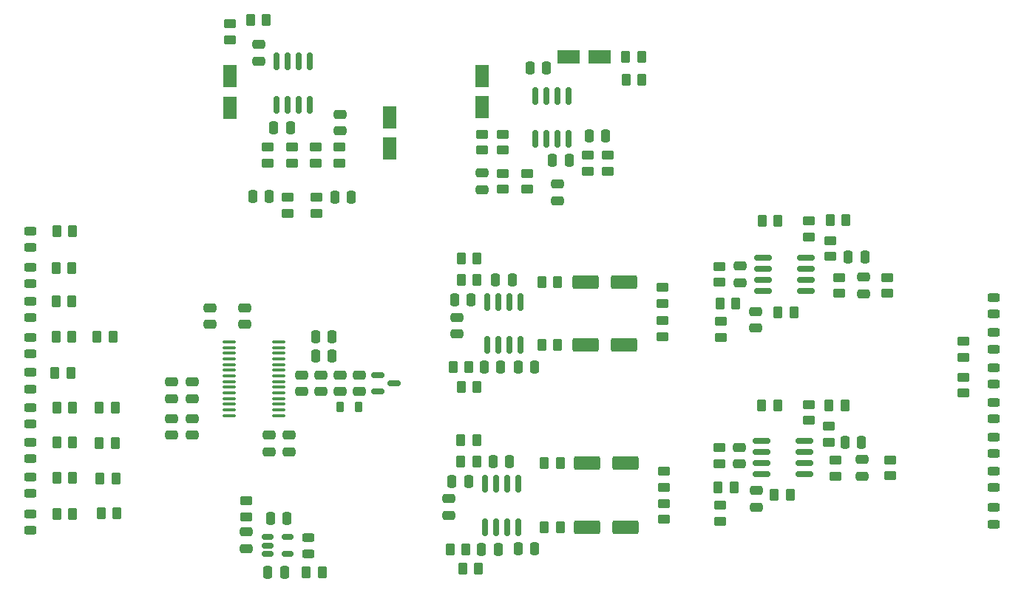
<source format=gbr>
%TF.GenerationSoftware,KiCad,Pcbnew,8.0.4-8.0.4-0~ubuntu22.04.1*%
%TF.CreationDate,2024-08-09T03:22:31-04:00*%
%TF.ProjectId,CS4272-CZZ_Breakout_Board,43533432-3732-42d4-935a-5a5f42726561,rev?*%
%TF.SameCoordinates,Original*%
%TF.FileFunction,Paste,Top*%
%TF.FilePolarity,Positive*%
%FSLAX46Y46*%
G04 Gerber Fmt 4.6, Leading zero omitted, Abs format (unit mm)*
G04 Created by KiCad (PCBNEW 8.0.4-8.0.4-0~ubuntu22.04.1) date 2024-08-09 03:22:31*
%MOMM*%
%LPD*%
G01*
G04 APERTURE LIST*
G04 Aperture macros list*
%AMRoundRect*
0 Rectangle with rounded corners*
0 $1 Rounding radius*
0 $2 $3 $4 $5 $6 $7 $8 $9 X,Y pos of 4 corners*
0 Add a 4 corners polygon primitive as box body*
4,1,4,$2,$3,$4,$5,$6,$7,$8,$9,$2,$3,0*
0 Add four circle primitives for the rounded corners*
1,1,$1+$1,$2,$3*
1,1,$1+$1,$4,$5*
1,1,$1+$1,$6,$7*
1,1,$1+$1,$8,$9*
0 Add four rect primitives between the rounded corners*
20,1,$1+$1,$2,$3,$4,$5,0*
20,1,$1+$1,$4,$5,$6,$7,0*
20,1,$1+$1,$6,$7,$8,$9,0*
20,1,$1+$1,$8,$9,$2,$3,0*%
G04 Aperture macros list end*
%ADD10RoundRect,0.250000X0.250000X0.475000X-0.250000X0.475000X-0.250000X-0.475000X0.250000X-0.475000X0*%
%ADD11RoundRect,0.243750X0.456250X-0.243750X0.456250X0.243750X-0.456250X0.243750X-0.456250X-0.243750X0*%
%ADD12RoundRect,0.150000X0.150000X-0.825000X0.150000X0.825000X-0.150000X0.825000X-0.150000X-0.825000X0*%
%ADD13RoundRect,0.250000X0.475000X-0.250000X0.475000X0.250000X-0.475000X0.250000X-0.475000X-0.250000X0*%
%ADD14RoundRect,0.250000X0.450000X-0.262500X0.450000X0.262500X-0.450000X0.262500X-0.450000X-0.262500X0*%
%ADD15RoundRect,0.250000X-0.262500X-0.450000X0.262500X-0.450000X0.262500X0.450000X-0.262500X0.450000X0*%
%ADD16RoundRect,0.243750X-0.456250X0.243750X-0.456250X-0.243750X0.456250X-0.243750X0.456250X0.243750X0*%
%ADD17RoundRect,0.250000X-0.475000X0.250000X-0.475000X-0.250000X0.475000X-0.250000X0.475000X0.250000X0*%
%ADD18RoundRect,0.250000X-1.250000X-0.550000X1.250000X-0.550000X1.250000X0.550000X-1.250000X0.550000X0*%
%ADD19RoundRect,0.250000X0.550000X-1.050000X0.550000X1.050000X-0.550000X1.050000X-0.550000X-1.050000X0*%
%ADD20RoundRect,0.100000X-0.637500X-0.100000X0.637500X-0.100000X0.637500X0.100000X-0.637500X0.100000X0*%
%ADD21RoundRect,0.150000X-0.150000X0.825000X-0.150000X-0.825000X0.150000X-0.825000X0.150000X0.825000X0*%
%ADD22RoundRect,0.250000X0.262500X0.450000X-0.262500X0.450000X-0.262500X-0.450000X0.262500X-0.450000X0*%
%ADD23RoundRect,0.150000X-0.587500X-0.150000X0.587500X-0.150000X0.587500X0.150000X-0.587500X0.150000X0*%
%ADD24RoundRect,0.250000X-0.450000X0.262500X-0.450000X-0.262500X0.450000X-0.262500X0.450000X0.262500X0*%
%ADD25RoundRect,0.150000X0.825000X0.150000X-0.825000X0.150000X-0.825000X-0.150000X0.825000X-0.150000X0*%
%ADD26RoundRect,0.250000X-0.250000X-0.475000X0.250000X-0.475000X0.250000X0.475000X-0.250000X0.475000X0*%
%ADD27RoundRect,0.150000X-0.512500X-0.150000X0.512500X-0.150000X0.512500X0.150000X-0.512500X0.150000X0*%
%ADD28RoundRect,0.218750X0.218750X0.381250X-0.218750X0.381250X-0.218750X-0.381250X0.218750X-0.381250X0*%
%ADD29RoundRect,0.250000X-1.050000X-0.550000X1.050000X-0.550000X1.050000X0.550000X-1.050000X0.550000X0*%
G04 APERTURE END LIST*
D10*
%TO.C,C37*%
X150075000Y-98500000D03*
X148175000Y-98500000D03*
%TD*%
D11*
%TO.C,D1*%
X94912500Y-94812500D03*
X94912500Y-92937500D03*
%TD*%
D12*
%TO.C,U6*%
X123120000Y-78425000D03*
X124390000Y-78425000D03*
X125660000Y-78425000D03*
X126930000Y-78425000D03*
X126930000Y-73475000D03*
X125660000Y-73475000D03*
X124390000Y-73475000D03*
X123120000Y-73475000D03*
%TD*%
D10*
%TO.C,C9*%
X129475000Y-107250000D03*
X127575000Y-107250000D03*
%TD*%
%TO.C,C47*%
X190075000Y-117107500D03*
X188175000Y-117107500D03*
%TD*%
D13*
%TO.C,C1*%
X130325000Y-111300000D03*
X130325000Y-109400000D03*
%TD*%
D14*
%TO.C,R65*%
X187520000Y-100050000D03*
X187520000Y-98225000D03*
%TD*%
D13*
%TO.C,C21*%
X142825000Y-125500000D03*
X142825000Y-123600000D03*
%TD*%
D15*
%TO.C,R37*%
X144212500Y-96000000D03*
X146037500Y-96000000D03*
%TD*%
%TO.C,R56*%
X180070000Y-123107500D03*
X181895000Y-123107500D03*
%TD*%
D16*
%TO.C,D10*%
X205225000Y-100550000D03*
X205225000Y-102425000D03*
%TD*%
D10*
%TO.C,C20*%
X145070000Y-121610000D03*
X143170000Y-121610000D03*
%TD*%
D17*
%TO.C,C35*%
X143725000Y-102800000D03*
X143725000Y-104700000D03*
%TD*%
D15*
%TO.C,R36*%
X153457500Y-105975000D03*
X155282500Y-105975000D03*
%TD*%
D18*
%TO.C,C24*%
X158670000Y-119460000D03*
X163070000Y-119460000D03*
%TD*%
D17*
%TO.C,C5*%
X111025000Y-114400000D03*
X111025000Y-116300000D03*
%TD*%
D14*
%TO.C,R53*%
X193325000Y-120962500D03*
X193325000Y-119137500D03*
%TD*%
D12*
%TO.C,U3*%
X146965000Y-126835000D03*
X148235000Y-126835000D03*
X149505000Y-126835000D03*
X150775000Y-126835000D03*
X150775000Y-121885000D03*
X149505000Y-121885000D03*
X148235000Y-121885000D03*
X146965000Y-121885000D03*
%TD*%
D11*
%TO.C,D4*%
X94912500Y-106937500D03*
X94912500Y-105062500D03*
%TD*%
D15*
%TO.C,R2*%
X97825000Y-97162500D03*
X99650000Y-97162500D03*
%TD*%
D19*
%TO.C,C42*%
X117775000Y-78750000D03*
X117775000Y-75150000D03*
%TD*%
D11*
%TO.C,D3*%
X94912500Y-102850000D03*
X94912500Y-100975000D03*
%TD*%
D17*
%TO.C,C6*%
X113425000Y-114400000D03*
X113425000Y-116300000D03*
%TD*%
D20*
%TO.C,U1*%
X117625000Y-105600000D03*
X117625000Y-106250000D03*
X117625000Y-106900000D03*
X117625000Y-107550000D03*
X117625000Y-108200000D03*
X117625000Y-108850000D03*
X117625000Y-109500000D03*
X117625000Y-110150000D03*
X117625000Y-110800000D03*
X117625000Y-111450000D03*
X117625000Y-112100000D03*
X117625000Y-112750000D03*
X117625000Y-113400000D03*
X117625000Y-114050000D03*
X123350000Y-114050000D03*
X123350000Y-113400000D03*
X123350000Y-112750000D03*
X123350000Y-112100000D03*
X123350000Y-111450000D03*
X123350000Y-110800000D03*
X123350000Y-110150000D03*
X123350000Y-109500000D03*
X123350000Y-108850000D03*
X123350000Y-108200000D03*
X123350000Y-107550000D03*
X123350000Y-106900000D03*
X123350000Y-106250000D03*
X123350000Y-105600000D03*
%TD*%
D14*
%TO.C,R64*%
X193020000Y-100050000D03*
X193020000Y-98225000D03*
%TD*%
D15*
%TO.C,R34*%
X143300000Y-108500000D03*
X145125000Y-108500000D03*
%TD*%
D21*
%TO.C,U4*%
X156535000Y-77400000D03*
X155265000Y-77400000D03*
X153995000Y-77400000D03*
X152725000Y-77400000D03*
X152725000Y-82350000D03*
X153995000Y-82350000D03*
X155265000Y-82350000D03*
X156535000Y-82350000D03*
%TD*%
D14*
%TO.C,R32*%
X146625000Y-83600000D03*
X146625000Y-81775000D03*
%TD*%
D16*
%TO.C,D2*%
X94912500Y-97052500D03*
X94912500Y-98927500D03*
%TD*%
D22*
%TO.C,R69*%
X175682500Y-101175000D03*
X173857500Y-101175000D03*
%TD*%
D15*
%TO.C,R10*%
X97912500Y-125350000D03*
X99737500Y-125350000D03*
%TD*%
D14*
%TO.C,R29*%
X149025000Y-88112500D03*
X149025000Y-86287500D03*
%TD*%
D15*
%TO.C,R1*%
X97912500Y-92950000D03*
X99737500Y-92950000D03*
%TD*%
D14*
%TO.C,R59*%
X173825000Y-119562500D03*
X173825000Y-117737500D03*
%TD*%
%TO.C,R63*%
X201780000Y-107352500D03*
X201780000Y-105527500D03*
%TD*%
%TO.C,R44*%
X117775000Y-70950000D03*
X117775000Y-69125000D03*
%TD*%
%TO.C,R22*%
X167470000Y-122260000D03*
X167470000Y-120435000D03*
%TD*%
D10*
%TO.C,C10*%
X129475000Y-105050000D03*
X127575000Y-105050000D03*
%TD*%
%TO.C,C32*%
X148775000Y-108500000D03*
X146875000Y-108500000D03*
%TD*%
D14*
%TO.C,R46*%
X127545000Y-85112500D03*
X127545000Y-83287500D03*
%TD*%
%TO.C,R19*%
X167470000Y-125960000D03*
X167470000Y-124135000D03*
%TD*%
D10*
%TO.C,C34*%
X145375000Y-100750000D03*
X143475000Y-100750000D03*
%TD*%
D15*
%TO.C,R5*%
X97712500Y-109150000D03*
X99537500Y-109150000D03*
%TD*%
D14*
%TO.C,R41*%
X122055000Y-85112500D03*
X122055000Y-83287500D03*
%TD*%
D16*
%TO.C,D12*%
X205225000Y-108550000D03*
X205225000Y-110425000D03*
%TD*%
D22*
%TO.C,R13*%
X104625000Y-113105000D03*
X102800000Y-113105000D03*
%TD*%
D11*
%TO.C,D8*%
X94912500Y-122987500D03*
X94912500Y-121112500D03*
%TD*%
D13*
%TO.C,C43*%
X130325000Y-81400000D03*
X130325000Y-79500000D03*
%TD*%
D10*
%TO.C,C18*%
X148475000Y-129360000D03*
X146575000Y-129360000D03*
%TD*%
D14*
%TO.C,R50*%
X184070000Y-114607500D03*
X184070000Y-112782500D03*
%TD*%
%TO.C,R27*%
X158725000Y-86025000D03*
X158725000Y-84200000D03*
%TD*%
D11*
%TO.C,D7*%
X94912500Y-118987500D03*
X94912500Y-117112500D03*
%TD*%
D10*
%TO.C,C44*%
X131675000Y-89050000D03*
X129775000Y-89050000D03*
%TD*%
%TO.C,C51*%
X190445000Y-95887500D03*
X188545000Y-95887500D03*
%TD*%
D17*
%TO.C,C8*%
X122225000Y-116300000D03*
X122225000Y-118200000D03*
%TD*%
D14*
%TO.C,R38*%
X167270000Y-101175000D03*
X167270000Y-99350000D03*
%TD*%
%TO.C,R51*%
X186320000Y-117107500D03*
X186320000Y-115282500D03*
%TD*%
D17*
%TO.C,C7*%
X124525000Y-116300000D03*
X124525000Y-118200000D03*
%TD*%
D11*
%TO.C,D6*%
X94912500Y-114987500D03*
X94912500Y-113112500D03*
%TD*%
D15*
%TO.C,R17*%
X144382500Y-131610000D03*
X146207500Y-131610000D03*
%TD*%
D10*
%TO.C,C22*%
X152675000Y-129350000D03*
X150775000Y-129350000D03*
%TD*%
D17*
%TO.C,C52*%
X190270000Y-98187500D03*
X190270000Y-100087500D03*
%TD*%
D14*
%TO.C,R42*%
X124375000Y-90862500D03*
X124375000Y-89037500D03*
%TD*%
D17*
%TO.C,C50*%
X177925000Y-102100000D03*
X177925000Y-104000000D03*
%TD*%
D13*
%TO.C,C16*%
X115425000Y-103600000D03*
X115425000Y-101700000D03*
%TD*%
D15*
%TO.C,R24*%
X144207500Y-119360000D03*
X146032500Y-119360000D03*
%TD*%
D23*
%TO.C,Q1*%
X134687500Y-109400000D03*
X134687500Y-111300000D03*
X136562500Y-110350000D03*
%TD*%
D13*
%TO.C,C40*%
X121075000Y-73400000D03*
X121075000Y-71500000D03*
%TD*%
D18*
%TO.C,C38*%
X158470000Y-98775000D03*
X162870000Y-98775000D03*
%TD*%
D24*
%TO.C,R9*%
X119625000Y-123837500D03*
X119625000Y-125662500D03*
%TD*%
D25*
%TO.C,U7*%
X183545000Y-120762500D03*
X183545000Y-119492500D03*
X183545000Y-118222500D03*
X183545000Y-116952500D03*
X178595000Y-116952500D03*
X178595000Y-118222500D03*
X178595000Y-119492500D03*
X178595000Y-120762500D03*
%TD*%
D26*
%TO.C,C27*%
X158875000Y-81950000D03*
X160775000Y-81950000D03*
%TD*%
D11*
%TO.C,D17*%
X126725000Y-129887500D03*
X126725000Y-128012500D03*
%TD*%
D15*
%TO.C,R3*%
X97812500Y-100950000D03*
X99637500Y-100950000D03*
%TD*%
D22*
%TO.C,R39*%
X155282500Y-98775000D03*
X153457500Y-98775000D03*
%TD*%
D17*
%TO.C,C48*%
X190125000Y-119100000D03*
X190125000Y-121000000D03*
%TD*%
D22*
%TO.C,R23*%
X155582500Y-119460000D03*
X153757500Y-119460000D03*
%TD*%
%TO.C,R58*%
X175482500Y-122260000D03*
X173657500Y-122260000D03*
%TD*%
D10*
%TO.C,C41*%
X124675000Y-81050000D03*
X122775000Y-81050000D03*
%TD*%
D26*
%TO.C,C39*%
X120375000Y-88950000D03*
X122275000Y-88950000D03*
%TD*%
D13*
%TO.C,C30*%
X146625000Y-88137500D03*
X146625000Y-86237500D03*
%TD*%
D14*
%TO.C,R48*%
X130275000Y-85112500D03*
X130275000Y-83287500D03*
%TD*%
D15*
%TO.C,R68*%
X178695000Y-91752500D03*
X180520000Y-91752500D03*
%TD*%
D11*
%TO.C,D9*%
X94912500Y-127187500D03*
X94912500Y-125312500D03*
%TD*%
D15*
%TO.C,R4*%
X97812500Y-105050000D03*
X99637500Y-105050000D03*
%TD*%
D17*
%TO.C,C46*%
X178070000Y-122657500D03*
X178070000Y-124557500D03*
%TD*%
D22*
%TO.C,R16*%
X128337500Y-132050000D03*
X126512500Y-132050000D03*
%TD*%
D13*
%TO.C,C2*%
X128125000Y-111300000D03*
X128125000Y-109400000D03*
%TD*%
D15*
%TO.C,R67*%
X180512500Y-102250000D03*
X182337500Y-102250000D03*
%TD*%
%TO.C,R60*%
X186482500Y-91637500D03*
X188307500Y-91637500D03*
%TD*%
D25*
%TO.C,U8*%
X183745000Y-99792500D03*
X183745000Y-98522500D03*
X183745000Y-97252500D03*
X183745000Y-95982500D03*
X178795000Y-95982500D03*
X178795000Y-97252500D03*
X178795000Y-98522500D03*
X178795000Y-99792500D03*
%TD*%
D10*
%TO.C,C15*%
X123975000Y-132050000D03*
X122075000Y-132050000D03*
%TD*%
D16*
%TO.C,D14*%
X205225000Y-116512500D03*
X205225000Y-118387500D03*
%TD*%
D13*
%TO.C,C49*%
X176080000Y-119590000D03*
X176080000Y-117690000D03*
%TD*%
D14*
%TO.C,R25*%
X161025000Y-86025000D03*
X161025000Y-84200000D03*
%TD*%
D17*
%TO.C,C4*%
X113425000Y-110200000D03*
X113425000Y-112100000D03*
%TD*%
D27*
%TO.C,U2*%
X122050000Y-128000000D03*
X122050000Y-128950000D03*
X122050000Y-129900000D03*
X124325000Y-129900000D03*
X124325000Y-128000000D03*
%TD*%
D22*
%TO.C,R47*%
X121937500Y-68700000D03*
X120112500Y-68700000D03*
%TD*%
%TO.C,R14*%
X104712500Y-121240000D03*
X102887500Y-121240000D03*
%TD*%
D14*
%TO.C,R66*%
X173970000Y-105087500D03*
X173970000Y-103262500D03*
%TD*%
D15*
%TO.C,R7*%
X97912500Y-117150000D03*
X99737500Y-117150000D03*
%TD*%
D16*
%TO.C,D11*%
X205225000Y-104550000D03*
X205225000Y-106425000D03*
%TD*%
D14*
%TO.C,R70*%
X173770000Y-98765000D03*
X173770000Y-96940000D03*
%TD*%
D10*
%TO.C,C23*%
X149775000Y-119360000D03*
X147875000Y-119360000D03*
%TD*%
D15*
%TO.C,R21*%
X144207500Y-116860000D03*
X146032500Y-116860000D03*
%TD*%
%TO.C,R40*%
X144212500Y-98500000D03*
X146037500Y-98500000D03*
%TD*%
D28*
%TO.C,FB1*%
X132487500Y-113050000D03*
X130362500Y-113050000D03*
%TD*%
D13*
%TO.C,C11*%
X132525000Y-111300000D03*
X132525000Y-109400000D03*
%TD*%
D14*
%TO.C,R35*%
X167270000Y-104975000D03*
X167270000Y-103150000D03*
%TD*%
D15*
%TO.C,R6*%
X97912500Y-113150000D03*
X99737500Y-113150000D03*
%TD*%
D17*
%TO.C,C13*%
X119625000Y-127400000D03*
X119625000Y-129300000D03*
%TD*%
D15*
%TO.C,R28*%
X163062500Y-72900000D03*
X164887500Y-72900000D03*
%TD*%
D19*
%TO.C,C45*%
X136025000Y-83450000D03*
X136025000Y-79850000D03*
%TD*%
D15*
%TO.C,R8*%
X97912500Y-121150000D03*
X99737500Y-121150000D03*
%TD*%
D22*
%TO.C,R12*%
X104625000Y-117240000D03*
X102800000Y-117240000D03*
%TD*%
D13*
%TO.C,C53*%
X176195000Y-98802500D03*
X176195000Y-96902500D03*
%TD*%
D15*
%TO.C,R11*%
X103000000Y-125240000D03*
X104825000Y-125240000D03*
%TD*%
D18*
%TO.C,C19*%
X158670000Y-126847500D03*
X163070000Y-126847500D03*
%TD*%
D19*
%TO.C,C31*%
X146625000Y-78687500D03*
X146625000Y-75087500D03*
%TD*%
D15*
%TO.C,R20*%
X153757500Y-126860000D03*
X155582500Y-126860000D03*
%TD*%
D14*
%TO.C,R62*%
X186520000Y-95800000D03*
X186520000Y-93975000D03*
%TD*%
D15*
%TO.C,R33*%
X144212500Y-110750000D03*
X146037500Y-110750000D03*
%TD*%
D10*
%TO.C,C36*%
X152675000Y-108450000D03*
X150775000Y-108450000D03*
%TD*%
D11*
%TO.C,D5*%
X94912500Y-110987500D03*
X94912500Y-109112500D03*
%TD*%
D15*
%TO.C,R57*%
X178657500Y-112857500D03*
X180482500Y-112857500D03*
%TD*%
%TO.C,R49*%
X186332500Y-112857500D03*
X188157500Y-112857500D03*
%TD*%
D13*
%TO.C,C17*%
X119425000Y-103600000D03*
X119425000Y-101700000D03*
%TD*%
%TO.C,C25*%
X155225000Y-89400000D03*
X155225000Y-87500000D03*
%TD*%
D10*
%TO.C,C29*%
X154000000Y-74175000D03*
X152100000Y-74175000D03*
%TD*%
D15*
%TO.C,R18*%
X142957500Y-129360000D03*
X144782500Y-129360000D03*
%TD*%
D29*
%TO.C,C28*%
X156525000Y-72900000D03*
X160125000Y-72900000D03*
%TD*%
D14*
%TO.C,R26*%
X151825000Y-88112500D03*
X151825000Y-86287500D03*
%TD*%
D16*
%TO.C,D15*%
X205225000Y-120417500D03*
X205225000Y-122292500D03*
%TD*%
D14*
%TO.C,R55*%
X173870000Y-126172500D03*
X173870000Y-124347500D03*
%TD*%
D11*
%TO.C,D16*%
X205225000Y-126487500D03*
X205225000Y-124612500D03*
%TD*%
D14*
%TO.C,R43*%
X124825000Y-85112500D03*
X124825000Y-83287500D03*
%TD*%
D17*
%TO.C,C3*%
X111025000Y-110200000D03*
X111025000Y-112100000D03*
%TD*%
D10*
%TO.C,C14*%
X124275000Y-125850000D03*
X122375000Y-125850000D03*
%TD*%
D24*
%TO.C,R52*%
X201780000Y-109640000D03*
X201780000Y-111465000D03*
%TD*%
D12*
%TO.C,U5*%
X147220000Y-105975000D03*
X148490000Y-105975000D03*
X149760000Y-105975000D03*
X151030000Y-105975000D03*
X151030000Y-101025000D03*
X149760000Y-101025000D03*
X148490000Y-101025000D03*
X147220000Y-101025000D03*
%TD*%
D15*
%TO.C,R31*%
X163100000Y-75550000D03*
X164925000Y-75550000D03*
%TD*%
D22*
%TO.C,R15*%
X104337500Y-105050000D03*
X102512500Y-105050000D03*
%TD*%
D10*
%TO.C,C26*%
X156575000Y-84750000D03*
X154675000Y-84750000D03*
%TD*%
D14*
%TO.C,R30*%
X149025000Y-83612500D03*
X149025000Y-81787500D03*
%TD*%
%TO.C,R45*%
X127625000Y-90862500D03*
X127625000Y-89037500D03*
%TD*%
%TO.C,R54*%
X187070000Y-120985000D03*
X187070000Y-119160000D03*
%TD*%
D16*
%TO.C,D13*%
X205225000Y-112512500D03*
X205225000Y-114387500D03*
%TD*%
D14*
%TO.C,R61*%
X184020000Y-93550000D03*
X184020000Y-91725000D03*
%TD*%
D13*
%TO.C,C12*%
X125925000Y-111300000D03*
X125925000Y-109400000D03*
%TD*%
D18*
%TO.C,C33*%
X158470000Y-105975000D03*
X162870000Y-105975000D03*
%TD*%
M02*

</source>
